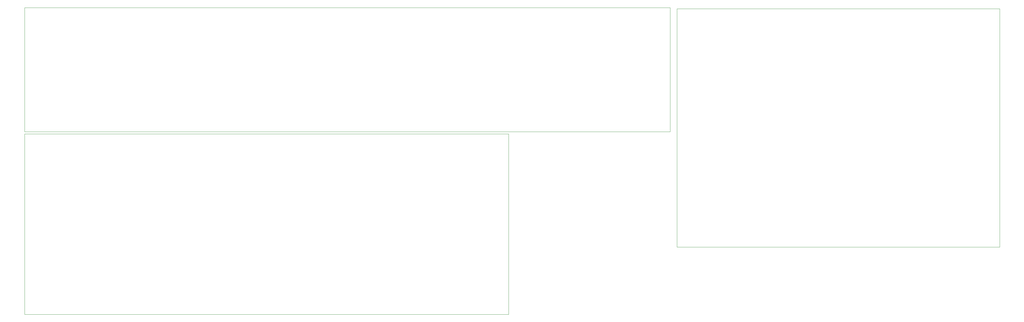
<source format=gm1>
G04 #@! TF.GenerationSoftware,KiCad,Pcbnew,9.0.5*
G04 #@! TF.CreationDate,2025-10-23T19:29:44+02:00*
G04 #@! TF.ProjectId,stencil,7374656e-6369-46c2-9e6b-696361645f70,rev?*
G04 #@! TF.SameCoordinates,Original*
G04 #@! TF.FileFunction,Profile,NP*
%FSLAX46Y46*%
G04 Gerber Fmt 4.6, Leading zero omitted, Abs format (unit mm)*
G04 Created by KiCad (PCBNEW 9.0.5) date 2025-10-23 19:29:44*
%MOMM*%
%LPD*%
G01*
G04 APERTURE LIST*
G04 #@! TA.AperFunction,Profile*
%ADD10C,0.050000*%
G04 #@! TD*
G04 APERTURE END LIST*
D10*
X245098000Y-106166000D02*
X259098000Y-106166000D01*
X234098000Y-32166000D02*
X334098000Y-32166000D01*
X334098000Y-32166000D02*
X334098000Y-106166000D01*
X334098000Y-106166000D02*
X259098000Y-106166000D01*
X234098000Y-106166000D02*
X245098000Y-106166000D01*
X234098000Y-106166000D02*
X234098000Y-32166000D01*
X32000000Y-71000000D02*
X182000000Y-71000000D01*
X182000000Y-127000000D01*
X32000000Y-127000000D01*
X32000000Y-71000000D01*
X32000000Y-31770000D02*
X232000000Y-31770000D01*
X232000000Y-70278000D01*
X32000000Y-70278000D01*
X32000000Y-31770000D01*
M02*

</source>
